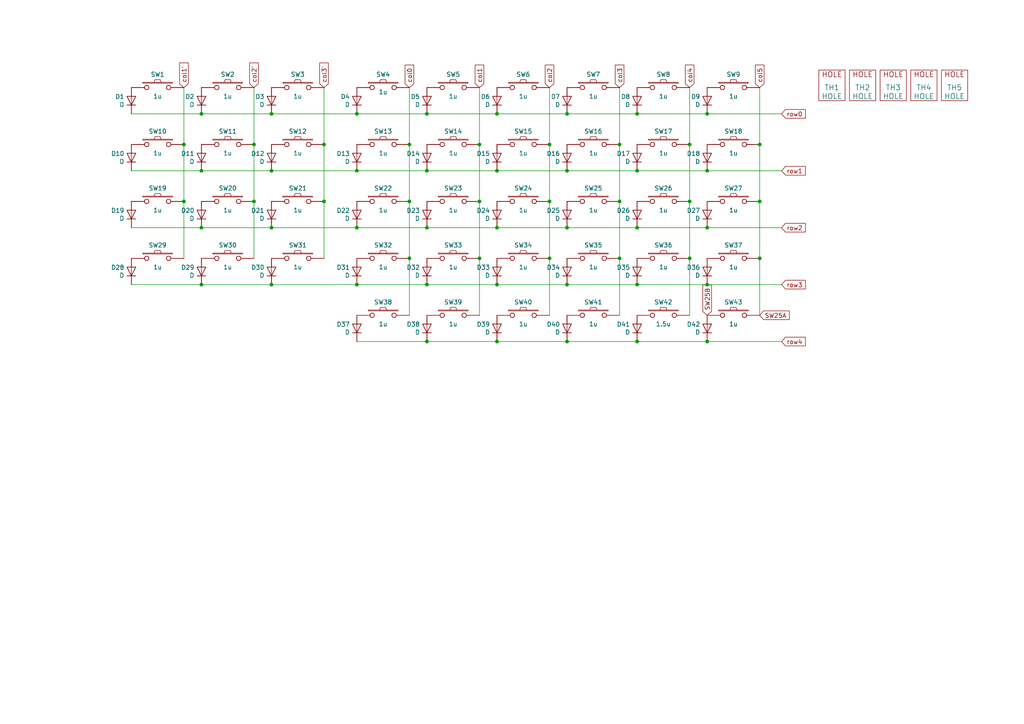
<source format=kicad_sch>
(kicad_sch (version 20211123) (generator eeschema)
  (paper "A4")
  (lib_symbols
    (symbol "SofleKeyboard-rescue:D-Lily58-cache-Lily58_Pro-rescue" (pin_numbers hide) (pin_names (offset 1.016) hide)
      (property "Reference" "D" (at 0 2.54 0))
      (property "Value" "D-Lily58-cache-Lily58_Pro-rescue" (at 0 -2.54 0))
      (symbol "D-Lily58-cache-Lily58_Pro-rescue_0_1"
        (polyline (pts (xy -1.27 1.27) (xy -1.27 -1.27)) (stroke (width 0.2032)))
        (polyline (pts (xy 1.27 0) (xy -1.27 0)))
        (polyline (pts (xy 1.27 1.27) (xy 1.27 -1.27) (xy -1.27 0) (xy 1.27 1.27)) (stroke (width 0.2032)))
      )
      (symbol "D-Lily58-cache-Lily58_Pro-rescue_1_1"
        (pin passive line (at -3.81 0 0) (length 2.54) (name "K") (number "1"))
        (pin passive line (at 3.81 0 180) (length 2.54) (name "A") (number "2"))
      )
    )
    (symbol "SofleKeyboard-rescue:HOLE-Lily58-cache-Lily58_Pro-rescue" (pin_names (offset 1.016))
      (property "Reference" "U" (at 0 0 0))
      (property "Value" "HOLE-Lily58-cache-Lily58_Pro-rescue" (at 0 -5.08 0))
      (symbol "HOLE-Lily58-cache-Lily58_Pro-rescue_0_0"
        (text "HOLE" (at 0 3.81 0) (effects (font (size 1.524 1.524))))
      )
      (symbol "HOLE-Lily58-cache-Lily58_Pro-rescue_0_1"
        (rectangle (start 3.81 5.08) (end -3.81 -3.81))
      )
    )
    (symbol "SofleKeyboard-rescue:SW_PUSH-Lily58-cache-Lily58_Pro-rescue" (pin_numbers hide) (pin_names (offset 1.016) hide)
      (property "Reference" "SW" (at 3.81 2.794 0))
      (property "Value" "SW_PUSH-Lily58-cache-Lily58_Pro-rescue" (at 0 -2.032 0))
      (symbol "SW_PUSH-Lily58-cache-Lily58_Pro-rescue_0_1"
        (rectangle (start -4.318 1.27) (end 4.318 1.524))
        (polyline (pts (xy -1.016 1.524) (xy -0.762 2.286) (xy 0.762 2.286) (xy 1.016 1.524)))
        (pin passive inverted (at -7.62 0 0) (length 5.08) (name "1") (number "1"))
        (pin passive inverted (at 7.62 0 180) (length 5.08) (name "2") (number "2"))
      )
    )
  )
  (junction (at 184.785 66.04))
  (junction (at 179.705 74.93))
  (junction (at 220.345 41.91))
  (junction (at 164.465 82.55))
  (junction (at 123.825 99.06))
  (junction (at 144.145 82.55))
  (junction (at 184.785 49.53))
  (junction (at 103.505 82.55))
  (junction (at 58.42 82.55))
  (junction (at 118.745 41.91))
  (junction (at 205.105 33.02))
  (junction (at 78.74 82.55))
  (junction (at 164.465 49.53))
  (junction (at 103.505 33.02))
  (junction (at 159.385 41.91))
  (junction (at 118.745 74.93))
  (junction (at 184.785 33.02))
  (junction (at 200.025 74.93))
  (junction (at 78.74 66.04))
  (junction (at 164.465 66.04))
  (junction (at 73.66 58.42))
  (junction (at 205.105 82.55))
  (junction (at 103.505 49.53))
  (junction (at 139.065 41.91))
  (junction (at 93.98 41.91))
  (junction (at 118.745 58.42))
  (junction (at 200.025 58.42))
  (junction (at 179.705 58.42))
  (junction (at 58.42 33.02))
  (junction (at 144.145 66.04))
  (junction (at 58.42 49.53))
  (junction (at 200.025 41.91))
  (junction (at 73.66 41.91))
  (junction (at 179.705 41.91))
  (junction (at 58.42 66.04))
  (junction (at 139.065 74.93))
  (junction (at 53.34 41.91))
  (junction (at 123.825 66.04))
  (junction (at 123.825 49.53))
  (junction (at 78.74 33.02))
  (junction (at 220.345 58.42))
  (junction (at 123.825 33.02))
  (junction (at 164.465 33.02))
  (junction (at 139.065 58.42))
  (junction (at 159.385 74.93))
  (junction (at 93.98 58.42))
  (junction (at 78.74 49.53))
  (junction (at 103.505 66.04))
  (junction (at 144.145 49.53))
  (junction (at 220.345 74.93))
  (junction (at 205.105 99.06))
  (junction (at 123.825 82.55))
  (junction (at 144.145 99.06))
  (junction (at 184.785 82.55))
  (junction (at 205.105 49.53))
  (junction (at 205.105 66.04))
  (junction (at 144.145 33.02))
  (junction (at 159.385 58.42))
  (junction (at 164.465 99.06))
  (junction (at 53.34 58.42))
  (junction (at 184.785 99.06))
  (wire (pts (xy 205.105 33.02) (xy 226.695 33.02)))
  (wire (pts (xy 78.74 66.04) (xy 58.42 66.04)))
  (wire (pts (xy 78.74 33.02) (xy 58.42 33.02)))
  (wire (pts (xy 226.695 99.06) (xy 205.105 99.06)))
  (wire (pts (xy 123.825 66.04) (xy 103.505 66.04)))
  (wire (pts (xy 123.825 99.06) (xy 103.505 99.06)))
  (wire (pts (xy 164.465 66.04) (xy 144.145 66.04)))
  (wire (pts (xy 205.105 99.06) (xy 184.785 99.06)))
  (wire (pts (xy 184.785 66.04) (xy 164.465 66.04)))
  (wire (pts (xy 200.025 25.4) (xy 200.025 41.91)))
  (wire (pts (xy 78.74 49.53) (xy 103.505 49.53)))
  (wire (pts (xy 93.98 25.4) (xy 93.98 41.91)))
  (wire (pts (xy 78.74 82.55) (xy 103.505 82.55)))
  (wire (pts (xy 159.385 58.42) (xy 159.385 74.93)))
  (wire (pts (xy 53.34 58.42) (xy 53.34 74.93)))
  (wire (pts (xy 205.105 66.04) (xy 226.695 66.04)))
  (wire (pts (xy 159.385 74.93) (xy 159.385 91.44)))
  (wire (pts (xy 123.825 33.02) (xy 144.145 33.02)))
  (wire (pts (xy 93.98 41.91) (xy 93.98 58.42)))
  (wire (pts (xy 220.345 41.91) (xy 220.345 58.42)))
  (wire (pts (xy 144.145 99.06) (xy 123.825 99.06)))
  (wire (pts (xy 139.065 25.4) (xy 139.065 41.91)))
  (wire (pts (xy 78.74 49.53) (xy 58.42 49.53)))
  (wire (pts (xy 184.785 33.02) (xy 205.105 33.02)))
  (wire (pts (xy 184.785 33.02) (xy 164.465 33.02)))
  (wire (pts (xy 73.66 41.91) (xy 73.66 58.42)))
  (wire (pts (xy 38.1 33.02) (xy 58.42 33.02)))
  (wire (pts (xy 118.745 58.42) (xy 118.745 41.91)))
  (wire (pts (xy 164.465 49.53) (xy 144.145 49.53)))
  (wire (pts (xy 179.705 41.91) (xy 179.705 58.42)))
  (wire (pts (xy 220.345 74.93) (xy 220.345 91.44)))
  (wire (pts (xy 123.825 33.02) (xy 103.505 33.02)))
  (wire (pts (xy 139.065 74.93) (xy 139.065 58.42)))
  (wire (pts (xy 144.145 49.53) (xy 123.825 49.53)))
  (wire (pts (xy 118.745 58.42) (xy 118.745 74.93)))
  (wire (pts (xy 184.785 66.04) (xy 205.105 66.04)))
  (wire (pts (xy 184.785 82.55) (xy 205.105 82.55)))
  (wire (pts (xy 205.105 49.53) (xy 226.695 49.53)))
  (wire (pts (xy 179.705 25.4) (xy 179.705 41.91)))
  (wire (pts (xy 78.74 66.04) (xy 103.505 66.04)))
  (wire (pts (xy 184.785 99.06) (xy 164.465 99.06)))
  (wire (pts (xy 93.98 58.42) (xy 93.98 74.93)))
  (wire (pts (xy 58.42 82.55) (xy 38.1 82.55)))
  (wire (pts (xy 200.025 41.91) (xy 200.025 58.42)))
  (wire (pts (xy 144.145 66.04) (xy 123.825 66.04)))
  (wire (pts (xy 200.025 58.42) (xy 200.025 74.93)))
  (wire (pts (xy 179.705 58.42) (xy 179.705 74.93)))
  (wire (pts (xy 205.105 82.55) (xy 226.695 82.55)))
  (wire (pts (xy 159.385 41.91) (xy 159.385 58.42)))
  (wire (pts (xy 164.465 33.02) (xy 144.145 33.02)))
  (wire (pts (xy 144.145 82.55) (xy 123.825 82.55)))
  (wire (pts (xy 53.34 41.91) (xy 53.34 58.42)))
  (wire (pts (xy 58.42 49.53) (xy 38.1 49.53)))
  (wire (pts (xy 139.065 41.91) (xy 139.065 58.42)))
  (wire (pts (xy 159.385 25.4) (xy 159.385 41.91)))
  (wire (pts (xy 220.345 58.42) (xy 220.345 74.93)))
  (wire (pts (xy 220.345 25.4) (xy 220.345 41.91)))
  (wire (pts (xy 164.465 99.06) (xy 144.145 99.06)))
  (wire (pts (xy 123.825 49.53) (xy 103.505 49.53)))
  (wire (pts (xy 139.065 74.93) (xy 139.065 91.44)))
  (wire (pts (xy 164.465 82.55) (xy 144.145 82.55)))
  (wire (pts (xy 179.705 74.93) (xy 179.705 91.44)))
  (wire (pts (xy 53.34 25.4) (xy 53.34 41.91)))
  (wire (pts (xy 78.74 33.02) (xy 103.505 33.02)))
  (wire (pts (xy 73.66 25.4) (xy 73.66 41.91)))
  (wire (pts (xy 184.785 49.53) (xy 164.465 49.53)))
  (wire (pts (xy 200.025 74.93) (xy 200.025 91.44)))
  (wire (pts (xy 184.785 82.55) (xy 164.465 82.55)))
  (wire (pts (xy 118.745 74.93) (xy 118.745 91.44)))
  (wire (pts (xy 118.745 41.91) (xy 118.745 25.4)))
  (wire (pts (xy 58.42 66.04) (xy 38.1 66.04)))
  (wire (pts (xy 123.825 82.55) (xy 103.505 82.55)))
  (wire (pts (xy 184.785 49.53) (xy 205.105 49.53)))
  (wire (pts (xy 73.66 58.42) (xy 73.66 74.93)))
  (wire (pts (xy 78.74 82.55) (xy 58.42 82.55)))
  (global_label "SW25A" (shape input) (at 220.345 91.44 0) (property "Intersheet References" "${INTERSHEET_REFS}" (effects hide)))
  (global_label "col2'" (shape input) (at 73.66 25.4 90) (property "Intersheet References" "${INTERSHEET_REFS}" (effects hide)))
  (global_label "col4" (shape input) (at 200.025 25.4 90) (property "Intersheet References" "${INTERSHEET_REFS}" (effects hide)))
  (global_label "col2" (shape input) (at 159.385 25.4 90) (property "Intersheet References" "${INTERSHEET_REFS}" (effects hide)))
  (global_label "row3" (shape input) (at 226.695 82.55 0) (property "Intersheet References" "${INTERSHEET_REFS}" (effects hide)))
  (global_label "row0" (shape input) (at 226.695 33.02 0) (property "Intersheet References" "${INTERSHEET_REFS}" (effects hide)))
  (global_label "row4" (shape input) (at 226.695 99.06 0) (property "Intersheet References" "${INTERSHEET_REFS}" (effects hide)))
  (global_label "col5" (shape input) (at 220.345 25.4 90) (property "Intersheet References" "${INTERSHEET_REFS}" (effects hide)))
  (global_label "SW25B" (shape input) (at 205.105 91.44 90) (property "Intersheet References" "${INTERSHEET_REFS}" (effects hide)))
  (global_label "row2" (shape input) (at 226.695 66.04 0) (property "Intersheet References" "${INTERSHEET_REFS}" (effects hide)))
  (global_label "col0" (shape input) (at 118.745 25.4 90) (property "Intersheet References" "${INTERSHEET_REFS}" (effects hide)))
  (global_label "col3" (shape input) (at 179.705 25.4 90) (property "Intersheet References" "${INTERSHEET_REFS}" (effects hide)))
  (global_label "col3'" (shape input) (at 93.98 25.4 90) (property "Intersheet References" "${INTERSHEET_REFS}" (effects hide)))
  (global_label "col1" (shape input) (at 139.065 25.4 90) (property "Intersheet References" "${INTERSHEET_REFS}" (effects hide)))
  (global_label "col1'" (shape input) (at 53.34 25.4 90) (property "Intersheet References" "${INTERSHEET_REFS}" (effects hide)))
  (global_label "row1" (shape input) (at 226.695 49.53 0) (property "Intersheet References" "${INTERSHEET_REFS}" (effects hide)))
  (symbol (lib_id "SofleKeyboard-rescue:SW_PUSH-Lily58-cache-Lily58_Pro-rescue") (at 192.405 91.44 0) (mirror y) (unit 1)
    (property "Reference" "SW42" (at 192.405 87.63 0))
    (property "Value" "1.5u" (at 192.405 93.98 0))
    (property "Footprint" "MX-hotswap:SW-HS-1.5u" (effects hide))
  )
  (symbol (lib_id "SofleKeyboard-rescue:SW_PUSH-Lily58-cache-Lily58_Pro-rescue") (at 212.725 25.4 0) (mirror y) (unit 1)
    (property "Reference" "SW9" (at 212.725 21.59 0))
    (property "Value" "1u" (at 212.725 27.94 0))
    (property "Footprint" "kien242:MX_Switch_Cutout" (effects hide))
  )
  (symbol (lib_id "SofleKeyboard-rescue:D-Lily58-cache-Lily58_Pro-rescue") (at 205.105 29.21 270) (mirror x) (unit 1)
    (property "Reference" "D9" (at 203.0984 28.0416 90) (effects (justify right)))
    (property "Value" "D" (at 203.0984 30.353 90) (effects (justify right)))
  )
  (symbol (lib_id "SofleKeyboard-rescue:SW_PUSH-Lily58-cache-Lily58_Pro-rescue") (at 192.405 25.4 0) (mirror y) (unit 1)
    (property "Reference" "SW8" (at 192.405 21.59 0))
    (property "Value" "1u" (at 192.405 27.94 0))
    (property "Footprint" "kien242:MX_Switch_Cutout" (effects hide))
  )
  (symbol (lib_id "SofleKeyboard-rescue:D-Lily58-cache-Lily58_Pro-rescue") (at 184.785 29.21 270) (mirror x) (unit 1)
    (property "Reference" "D8" (at 182.7784 28.0416 90) (effects (justify right)))
    (property "Value" "D" (at 182.7784 30.353 90) (effects (justify right)))
  )
  (symbol (lib_id "SofleKeyboard-rescue:SW_PUSH-Lily58-cache-Lily58_Pro-rescue") (at 172.085 25.4 0) (mirror y) (unit 1)
    (property "Reference" "SW7" (at 172.085 21.59 0))
    (property "Value" "1u" (at 172.085 27.94 0))
    (property "Footprint" "kien242:MX_Switch_Cutout" (effects hide))
  )
  (symbol (lib_id "SofleKeyboard-rescue:D-Lily58-cache-Lily58_Pro-rescue") (at 164.465 29.21 270) (mirror x) (unit 1)
    (property "Reference" "D7" (at 162.4584 28.0416 90) (effects (justify right)))
    (property "Value" "D" (at 162.4584 30.353 90) (effects (justify right)))
  )
  (symbol (lib_id "SofleKeyboard-rescue:SW_PUSH-Lily58-cache-Lily58_Pro-rescue") (at 151.765 25.4 0) (mirror y) (unit 1)
    (property "Reference" "SW6" (at 151.765 21.59 0))
    (property "Value" "1u" (at 151.765 27.94 0))
    (property "Footprint" "kien242:MX_Switch_Cutout" (effects hide))
  )
  (symbol (lib_id "SofleKeyboard-rescue:D-Lily58-cache-Lily58_Pro-rescue") (at 144.145 29.21 270) (mirror x) (unit 1)
    (property "Reference" "D6" (at 142.1384 28.0416 90) (effects (justify right)))
    (property "Value" "D" (at 142.1384 30.353 90) (effects (justify right)))
  )
  (symbol (lib_id "SofleKeyboard-rescue:SW_PUSH-Lily58-cache-Lily58_Pro-rescue") (at 131.445 25.4 0) (unit 1)
    (property "Reference" "SW5" (at 131.445 21.59 0))
    (property "Value" "1u" (at 131.445 27.94 0))
    (property "Footprint" "kien242:MX_Switch_Cutout" (effects hide))
  )
  (symbol (lib_id "SofleKeyboard-rescue:D-Lily58-cache-Lily58_Pro-rescue") (at 123.825 29.21 270) (mirror x) (unit 1)
    (property "Reference" "D5" (at 121.8184 28.0416 90) (effects (justify right)))
    (property "Value" "D" (at 121.8184 30.353 90) (effects (justify right)))
  )
  (symbol (lib_id "SofleKeyboard-rescue:SW_PUSH-Lily58-cache-Lily58_Pro-rescue") (at 111.125 25.4 0) (mirror y) (unit 1)
    (property "Reference" "SW4" (at 111.125 21.59 0))
    (property "Value" "1u" (at 111.125 26.67 0))
    (property "Footprint" "kien242:MX_Switch_Cutout" (effects hide))
  )
  (symbol (lib_id "SofleKeyboard-rescue:D-Lily58-cache-Lily58_Pro-rescue") (at 103.505 29.21 270) (mirror x) (unit 1)
    (property "Reference" "D4" (at 101.4984 28.0416 90) (effects (justify right)))
    (property "Value" "D" (at 101.4984 30.353 90) (effects (justify right)))
  )
  (symbol (lib_id "SofleKeyboard-rescue:SW_PUSH-Lily58-cache-Lily58_Pro-rescue") (at 192.405 41.91 0) (mirror y) (unit 1)
    (property "Reference" "SW17" (at 192.405 38.1 0))
    (property "Value" "1u" (at 192.405 44.45 0))
    (property "Footprint" "kien242:MX_Switch_Cutout" (effects hide))
  )
  (symbol (lib_id "SofleKeyboard-rescue:SW_PUSH-Lily58-cache-Lily58_Pro-rescue") (at 172.085 41.91 0) (mirror y) (unit 1)
    (property "Reference" "SW16" (at 172.085 38.1 0))
    (property "Value" "1u" (at 172.085 44.45 0))
    (property "Footprint" "kien242:MX_Switch_Cutout" (effects hide))
  )
  (symbol (lib_id "SofleKeyboard-rescue:SW_PUSH-Lily58-cache-Lily58_Pro-rescue") (at 151.765 41.91 0) (mirror y) (unit 1)
    (property "Reference" "SW15" (at 151.765 38.1 0))
    (property "Value" "1u" (at 151.765 44.45 0))
    (property "Footprint" "kien242:MX_Switch_Cutout" (effects hide))
  )
  (symbol (lib_id "SofleKeyboard-rescue:SW_PUSH-Lily58-cache-Lily58_Pro-rescue") (at 131.445 41.91 0) (unit 1)
    (property "Reference" "SW14" (at 131.445 38.1 0))
    (property "Value" "1u" (at 131.445 44.45 0))
    (property "Footprint" "kien242:MX_Switch_Cutout" (effects hide))
  )
  (symbol (lib_id "SofleKeyboard-rescue:SW_PUSH-Lily58-cache-Lily58_Pro-rescue") (at 111.125 41.91 0) (mirror y) (unit 1)
    (property "Reference" "SW13" (at 111.125 38.1 0))
    (property "Value" "1u" (at 111.125 44.45 0))
    (property "Footprint" "kien242:MX_Switch_Cutout" (effects hide))
  )
  (symbol (lib_id "SofleKeyboard-rescue:SW_PUSH-Lily58-cache-Lily58_Pro-rescue") (at 212.725 41.91 0) (mirror y) (unit 1)
    (property "Reference" "SW18" (at 212.725 38.1 0))
    (property "Value" "1u" (at 212.725 44.45 0))
    (property "Footprint" "kien242:MX_Switch_Cutout" (effects hide))
  )
  (symbol (lib_id "SofleKeyboard-rescue:D-Lily58-cache-Lily58_Pro-rescue") (at 205.105 45.72 270) (mirror x) (unit 1)
    (property "Reference" "D18" (at 203.0984 44.5516 90) (effects (justify right)))
    (property "Value" "D" (at 203.0984 46.863 90) (effects (justify right)))
  )
  (symbol (lib_id "SofleKeyboard-rescue:D-Lily58-cache-Lily58_Pro-rescue") (at 184.785 45.72 270) (mirror x) (unit 1)
    (property "Reference" "D17" (at 182.7784 44.5516 90) (effects (justify right)))
    (property "Value" "D" (at 182.7784 46.863 90) (effects (justify right)))
  )
  (symbol (lib_id "SofleKeyboard-rescue:D-Lily58-cache-Lily58_Pro-rescue") (at 164.465 45.72 270) (mirror x) (unit 1)
    (property "Reference" "D16" (at 162.4584 44.5516 90) (effects (justify right)))
    (property "Value" "D" (at 162.4584 46.863 90) (effects (justify right)))
  )
  (symbol (lib_id "SofleKeyboard-rescue:D-Lily58-cache-Lily58_Pro-rescue") (at 144.145 45.72 270) (mirror x) (unit 1)
    (property "Reference" "D15" (at 142.1384 44.5516 90) (effects (justify right)))
    (property "Value" "D" (at 142.1384 46.863 90) (effects (justify right)))
  )
  (symbol (lib_id "SofleKeyboard-rescue:D-Lily58-cache-Lily58_Pro-rescue") (at 123.825 45.72 270) (mirror x) (unit 1)
    (property "Reference" "D14" (at 121.8184 44.5516 90) (effects (justify right)))
    (property "Value" "D" (at 121.8184 46.863 90) (effects (justify right)))
  )
  (symbol (lib_id "SofleKeyboard-rescue:D-Lily58-cache-Lily58_Pro-rescue") (at 103.505 45.72 270) (mirror x) (unit 1)
    (property "Reference" "D13" (at 101.4984 44.5516 90) (effects (justify right)))
    (property "Value" "D" (at 101.4984 46.863 90) (effects (justify right)))
  )
  (symbol (lib_id "SofleKeyboard-rescue:SW_PUSH-Lily58-cache-Lily58_Pro-rescue") (at 212.725 58.42 0) (mirror y) (unit 1)
    (property "Reference" "SW27" (at 212.725 54.61 0))
    (property "Value" "1u" (at 212.725 60.96 0))
    (property "Footprint" "kien242:MX_Switch_Cutout" (effects hide))
  )
  (symbol (lib_id "SofleKeyboard-rescue:SW_PUSH-Lily58-cache-Lily58_Pro-rescue") (at 192.405 58.42 0) (mirror y) (unit 1)
    (property "Reference" "SW26" (at 192.405 54.61 0))
    (property "Value" "1u" (at 192.405 60.96 0))
    (property "Footprint" "kien242:MX_Switch_Cutout" (effects hide))
  )
  (symbol (lib_id "SofleKeyboard-rescue:SW_PUSH-Lily58-cache-Lily58_Pro-rescue") (at 172.085 58.42 0) (mirror y) (unit 1)
    (property "Reference" "SW25" (at 172.085 54.61 0))
    (property "Value" "1u" (at 172.085 60.96 0))
    (property "Footprint" "kien242:MX_Switch_Cutout" (effects hide))
  )
  (symbol (lib_id "SofleKeyboard-rescue:SW_PUSH-Lily58-cache-Lily58_Pro-rescue") (at 151.765 58.42 0) (mirror y) (unit 1)
    (property "Reference" "SW24" (at 151.765 54.61 0))
    (property "Value" "1u" (at 151.765 60.96 0))
    (property "Footprint" "kien242:MX_Switch_Cutout" (effects hide))
  )
  (symbol (lib_id "SofleKeyboard-rescue:SW_PUSH-Lily58-cache-Lily58_Pro-rescue") (at 131.445 58.42 0) (unit 1)
    (property "Reference" "SW23" (at 131.445 54.61 0))
    (property "Value" "1u" (at 131.445 60.96 0))
    (property "Footprint" "kien242:MX_Switch_Cutout" (effects hide))
  )
  (symbol (lib_id "SofleKeyboard-rescue:SW_PUSH-Lily58-cache-Lily58_Pro-rescue") (at 111.125 58.42 0) (mirror y) (unit 1)
    (property "Reference" "SW22" (at 111.125 54.61 0))
    (property "Value" "1u" (at 111.125 60.96 0))
    (property "Footprint" "kien242:MX_Switch_Cutout" (effects hide))
  )
  (symbol (lib_id "SofleKeyboard-rescue:D-Lily58-cache-Lily58_Pro-rescue") (at 205.105 62.23 270) (mirror x) (unit 1)
    (property "Reference" "D27" (at 203.0984 61.0616 90) (effects (justify right)))
    (property "Value" "D" (at 203.0984 63.373 90) (effects (justify right)))
  )
  (symbol (lib_id "SofleKeyboard-rescue:D-Lily58-cache-Lily58_Pro-rescue") (at 184.785 62.23 270) (mirror x) (unit 1)
    (property "Reference" "D26" (at 182.7784 61.0616 90) (effects (justify right)))
    (property "Value" "D" (at 182.7784 63.373 90) (effects (justify right)))
  )
  (symbol (lib_id "SofleKeyboard-rescue:D-Lily58-cache-Lily58_Pro-rescue") (at 164.465 62.23 270) (mirror x) (unit 1)
    (property "Reference" "D25" (at 162.4584 61.0616 90) (effects (justify right)))
    (property "Value" "D" (at 162.4584 63.373 90) (effects (justify right)))
  )
  (symbol (lib_id "SofleKeyboard-rescue:D-Lily58-cache-Lily58_Pro-rescue") (at 144.145 62.23 270) (mirror x) (unit 1)
    (property "Reference" "D24" (at 142.1384 61.0616 90) (effects (justify right)))
    (property "Value" "D" (at 142.1384 63.373 90) (effects (justify right)))
  )
  (symbol (lib_id "SofleKeyboard-rescue:D-Lily58-cache-Lily58_Pro-rescue") (at 123.825 62.23 270) (mirror x) (unit 1)
    (property "Reference" "D23" (at 121.8184 61.0616 90) (effects (justify right)))
    (property "Value" "D" (at 121.8184 63.373 90) (effects (justify right)))
  )
  (symbol (lib_id "SofleKeyboard-rescue:D-Lily58-cache-Lily58_Pro-rescue") (at 103.505 62.23 270) (mirror x) (unit 1)
    (property "Reference" "D22" (at 101.4984 61.0616 90) (effects (justify right)))
    (property "Value" "D" (at 101.4984 63.373 90) (effects (justify right)))
  )
  (symbol (lib_id "SofleKeyboard-rescue:SW_PUSH-Lily58-cache-Lily58_Pro-rescue") (at 172.085 74.93 0) (mirror y) (unit 1)
    (property "Reference" "SW35" (at 172.085 71.12 0))
    (property "Value" "1u" (at 172.085 77.47 0))
    (property "Footprint" "kien242:MX_Switch_Cutout" (effects hide))
  )
  (symbol (lib_id "SofleKeyboard-rescue:SW_PUSH-Lily58-cache-Lily58_Pro-rescue") (at 151.765 74.93 0) (mirror y) (unit 1)
    (property "Reference" "SW34" (at 151.765 71.12 0))
    (property "Value" "1u" (at 151.765 77.47 0))
    (property "Footprint" "kien242:MX_Switch_Cutout" (effects hide))
  )
  (symbol (lib_id "SofleKeyboard-rescue:SW_PUSH-Lily58-cache-Lily58_Pro-rescue") (at 131.445 74.93 0) (unit 1)
    (property "Reference" "SW33" (at 131.445 71.12 0))
    (property "Value" "1u" (at 131.445 77.47 0))
    (property "Footprint" "kien242:MX_Switch_Cutout" (effects hide))
  )
  (symbol (lib_id "SofleKeyboard-rescue:SW_PUSH-Lily58-cache-Lily58_Pro-rescue") (at 111.125 74.93 0) (mirror y) (unit 1)
    (property "Reference" "SW32" (at 111.125 71.12 0))
    (property "Value" "1u" (at 111.125 77.47 0))
    (property "Footprint" "kien242:MX_Switch_Cutout" (effects hide))
  )
  (symbol (lib_id "SofleKeyboard-rescue:SW_PUSH-Lily58-cache-Lily58_Pro-rescue") (at 192.405 74.93 0) (mirror y) (unit 1)
    (property "Reference" "SW36" (at 192.405 71.12 0))
    (property "Value" "1u" (at 192.405 77.47 0))
    (property "Footprint" "kien242:MX_Switch_Cutout" (effects hide))
  )
  (symbol (lib_id "SofleKeyboard-rescue:SW_PUSH-Lily58-cache-Lily58_Pro-rescue") (at 212.725 74.93 0) (mirror y) (unit 1)
    (property "Reference" "SW37" (at 212.725 71.12 0))
    (property "Value" "1u" (at 212.725 77.47 0))
    (property "Footprint" "kien242:MX_Switch_Cutout" (effects hide))
  )
  (symbol (lib_id "SofleKeyboard-rescue:D-Lily58-cache-Lily58_Pro-rescue") (at 205.105 78.74 270) (mirror x) (unit 1)
    (property "Reference" "D36" (at 203.0984 77.5716 90) (effects (justify right)))
    (property "Value" "D" (at 203.0984 79.883 90) (effects (justify right)))
  )
  (symbol (lib_id "SofleKeyboard-rescue:D-Lily58-cache-Lily58_Pro-rescue") (at 184.785 78.74 270) (mirror x) (unit 1)
    (property "Reference" "D35" (at 182.7784 77.5716 90) (effects (justify right)))
    (property "Value" "D" (at 182.7784 79.883 90) (effects (justify right)))
  )
  (symbol (lib_id "SofleKeyboard-rescue:D-Lily58-cache-Lily58_Pro-rescue") (at 164.465 78.74 270) (mirror x) (unit 1)
    (property "Reference" "D34" (at 162.4584 77.5716 90) (effects (justify right)))
    (property "Value" "D" (at 162.4584 79.883 90) (effects (justify right)))
  )
  (symbol (lib_id "SofleKeyboard-rescue:D-Lily58-cache-Lily58_Pro-rescue") (at 144.145 78.74 270) (mirror x) (unit 1)
    (property "Reference" "D33" (at 142.1384 77.5716 90) (effects (justify right)))
    (property "Value" "D" (at 142.1384 79.883 90) (effects (justify right)))
  )
  (symbol (lib_id "SofleKeyboard-rescue:D-Lily58-cache-Lily58_Pro-rescue") (at 123.825 78.74 270) (mirror x) (unit 1)
    (property "Reference" "D32" (at 121.8184 77.5716 90) (effects (justify right)))
    (property "Value" "D" (at 121.8184 79.883 90) (effects (justify right)))
  )
  (symbol (lib_id "SofleKeyboard-rescue:D-Lily58-cache-Lily58_Pro-rescue") (at 103.505 78.74 270) (mirror x) (unit 1)
    (property "Reference" "D31" (at 101.4984 77.5716 90) (effects (justify right)))
    (property "Value" "D" (at 101.4984 79.883 90) (effects (justify right)))
  )
  (symbol (lib_id "SofleKeyboard-rescue:SW_PUSH-Lily58-cache-Lily58_Pro-rescue") (at 172.085 91.44 0) (mirror y) (unit 1)
    (property "Reference" "SW41" (at 172.085 87.63 0))
    (property "Value" "1u" (at 172.085 93.98 0))
    (property "Footprint" "kien242:MX_Switch_Cutout" (effects hide))
  )
  (symbol (lib_id "SofleKeyboard-rescue:SW_PUSH-Lily58-cache-Lily58_Pro-rescue") (at 151.765 91.44 0) (mirror y) (unit 1)
    (property "Reference" "SW40" (at 151.765 87.63 0))
    (property "Value" "1u" (at 151.765 93.98 0))
    (property "Footprint" "kien242:MX_Switch_Cutout" (effects hide))
  )
  (symbol (lib_id "SofleKeyboard-rescue:SW_PUSH-Lily58-cache-Lily58_Pro-rescue") (at 131.445 91.44 0) (mirror y) (unit 1)
    (property "Reference" "SW39" (at 131.445 87.63 0))
    (property "Value" "1u" (at 131.445 93.98 0))
    (property "Footprint" "kien242:MX_Switch_Cutout" (effects hide))
  )
  (symbol (lib_id "SofleKeyboard-rescue:D-Lily58-cache-Lily58_Pro-rescue") (at 205.105 95.25 270) (mirror x) (unit 1)
    (property "Reference" "D42" (at 203.0984 94.0816 90) (effects (justify right)))
    (property "Value" "D" (at 203.0984 96.393 90) (effects (justify right)))
  )
  (symbol (lib_id "SofleKeyboard-rescue:D-Lily58-cache-Lily58_Pro-rescue") (at 184.785 95.25 270) (mirror x) (unit 1)
    (property "Reference" "D41" (at 182.7784 94.0816 90) (effects (justify right)))
    (property "Value" "D" (at 182.7784 96.393 90) (effects (justify right)))
  )
  (symbol (lib_id "SofleKeyboard-rescue:D-Lily58-cache-Lily58_Pro-rescue") (at 164.465 95.25 270) (mirror x) (unit 1)
    (property "Reference" "D40" (at 162.4584 94.0816 90) (effects (justify right)))
    (property "Value" "D" (at 162.4584 96.393 90) (effects (justify right)))
  )
  (symbol (lib_id "SofleKeyboard-rescue:D-Lily58-cache-Lily58_Pro-rescue") (at 144.145 95.25 270) (mirror x) (unit 1)
    (property "Reference" "D39" (at 142.1384 94.0816 90) (effects (justify right)))
    (property "Value" "D" (at 142.1384 96.393 90) (effects (justify right)))
  )
  (symbol (lib_id "SofleKeyboard-rescue:D-Lily58-cache-Lily58_Pro-rescue") (at 123.825 95.25 270) (mirror x) (unit 1)
    (property "Reference" "D38" (at 121.8184 94.0816 90) (effects (justify right)))
    (property "Value" "D" (at 121.8184 96.393 90) (effects (justify right)))
  )
  (symbol (lib_id "SofleKeyboard-rescue:HOLE-Lily58-cache-Lily58_Pro-rescue") (at 250.19 25.4 0) (unit 1)
    (property "Reference" "TH2" (at 250.19 25.4 0) (effects (font (size 1.524 1.524))))
    (property "Value" "HOLE" (at 250.19 27.94 0) (effects (font (size 1.524 1.524))))
    (property "Footprint" "Library:HOLE_M2_TH" (effects hide))
  )
  (symbol (lib_id "SofleKeyboard-rescue:HOLE-Lily58-cache-Lily58_Pro-rescue") (at 259.08 25.4 0) (unit 1)
    (property "Reference" "TH3" (at 259.08 25.4 0) (effects (font (size 1.524 1.524))))
    (property "Value" "HOLE" (at 259.08 27.94 0) (effects (font (size 1.524 1.524))))
    (property "Footprint" "Library:HOLE_M2_TH" (effects hide))
  )
  (symbol (lib_id "SofleKeyboard-rescue:HOLE-Lily58-cache-Lily58_Pro-rescue") (at 267.97 25.4 0) (unit 1)
    (property "Reference" "TH4" (at 267.97 25.4 0) (effects (font (size 1.524 1.524))))
    (property "Value" "HOLE" (at 267.97 27.94 0) (effects (font (size 1.524 1.524))))
    (property "Footprint" "Library:HOLE_M2_TH" (effects hide))
  )
  (symbol (lib_id "SofleKeyboard-rescue:HOLE-Lily58-cache-Lily58_Pro-rescue") (at 276.86 25.4 0) (unit 1)
    (property "Reference" "TH5" (at 276.86 25.4 0) (effects (font (size 1.524 1.524))))
    (property "Value" "HOLE" (at 276.86 27.94 0) (effects (font (size 1.524 1.524))))
    (property "Footprint" "Library:HOLE_M2_TH" (effects hide))
  )
  (symbol (lib_id "SofleKeyboard-rescue:HOLE-Lily58-cache-Lily58_Pro-rescue") (at 241.3 25.4 0) (unit 1)
    (property "Reference" "TH1" (at 241.3 25.4 0) (effects (font (size 1.524 1.524))))
    (property "Value" "HOLE" (at 241.3 27.94 0) (effects (font (size 1.524 1.524))))
    (property "Footprint" "Library:HOLE_M2_TH" (effects hide))
  )
  (symbol (lib_id "SofleKeyboard-rescue:SW_PUSH-Lily58-cache-Lily58_Pro-rescue") (at 111.125 91.44 0) (mirror y) (unit 1)
    (property "Reference" "SW38" (at 111.125 87.63 0))
    (property "Value" "1u" (at 111.125 93.98 0))
    (property "Footprint" "kien242:MX_Switch_Cutout" (effects hide))
  )
  (symbol (lib_id "SofleKeyboard-rescue:D-Lily58-cache-Lily58_Pro-rescue") (at 103.505 95.25 270) (mirror x) (unit 1)
    (property "Reference" "D37" (at 101.4984 94.0816 90) (effects (justify right)))
    (property "Value" "D" (at 101.4984 96.393 90) (effects (justify right)))
  )
  (symbol (lib_id "SofleKeyboard-rescue:SW_PUSH-Lily58-cache-Lily58_Pro-rescue") (at 212.725 91.44 0) (unit 1)
    (property "Reference" "SW43" (at 212.725 87.63 0))
    (property "Value" "1u" (at 212.725 93.98 0))
    (property "Footprint" "kien242:MX_Switch_Cutout" (effects hide))
  )
  (symbol (lib_id "SofleKeyboard-rescue:SW_PUSH-Lily58-cache-Lily58_Pro-rescue") (at 86.36 41.91 0) (mirror y) (unit 1)
    (property "Reference" "SW12" (at 86.36 38.1 0))
    (property "Value" "1u" (at 86.36 44.45 0))
    (property "Footprint" "kien242:MX_Switch_Cutout" (effects hide))
  )
  (symbol (lib_id "SofleKeyboard-rescue:SW_PUSH-Lily58-cache-Lily58_Pro-rescue") (at 86.36 58.42 0) (mirror y) (unit 1)
    (property "Reference" "SW21" (at 86.36 54.61 0))
    (property "Value" "1u" (at 86.36 60.96 0))
    (property "Footprint" "kien242:MX_Switch_Cutout" (effects hide))
  )
  (symbol (lib_id "SofleKeyboard-rescue:SW_PUSH-Lily58-cache-Lily58_Pro-rescue") (at 66.04 25.4 0) (mirror y) (unit 1)
    (property "Reference" "SW2" (at 66.04 21.59 0))
    (property "Value" "1u" (at 66.04 27.94 0))
    (property "Footprint" "kien242:MX_Switch_Cutout" (effects hide))
  )
  (symbol (lib_id "SofleKeyboard-rescue:SW_PUSH-Lily58-cache-Lily58_Pro-rescue") (at 86.36 25.4 0) (mirror y) (unit 1)
    (property "Reference" "SW3" (at 86.36 21.59 0))
    (property "Value" "1u" (at 86.36 27.94 0))
    (property "Footprint" "kien242:MX_Switch_Cutout" (effects hide))
  )
  (symbol (lib_id "SofleKeyboard-rescue:SW_PUSH-Lily58-cache-Lily58_Pro-rescue") (at 66.04 58.42 0) (mirror y) (unit 1)
    (property "Reference" "SW20" (at 66.04 54.61 0))
    (property "Value" "1u" (at 66.04 60.96 0))
    (property "Footprint" "kien242:MX_Switch_Cutout" (effects hide))
  )
  (symbol (lib_id "SofleKeyboard-rescue:D-Lily58-cache-Lily58_Pro-rescue") (at 58.42 78.74 270) (mirror x) (unit 1)
    (property "Reference" "D29" (at 56.4134 77.5716 90) (effects (justify right)))
    (property "Value" "D" (at 56.4134 79.883 90) (effects (justify right)))
  )
  (symbol (lib_id "SofleKeyboard-rescue:D-Lily58-cache-Lily58_Pro-rescue") (at 38.1 62.23 270) (mirror x) (unit 1)
    (property "Reference" "D19" (at 36.0934 61.0616 90) (effects (justify right)))
    (property "Value" "D" (at 36.0934 63.373 90) (effects (justify right)))
  )
  (symbol (lib_id "SofleKeyboard-rescue:SW_PUSH-Lily58-cache-Lily58_Pro-rescue") (at 86.36 74.93 0) (mirror y) (unit 1)
    (property "Reference" "SW31" (at 86.36 71.12 0))
    (property "Value" "1u" (at 86.36 77.47 0))
    (property "Footprint" "kien242:MX_Switch_Cutout" (effects hide))
  )
  (symbol (lib_id "SofleKeyboard-rescue:D-Lily58-cache-Lily58_Pro-rescue") (at 38.1 45.72 270) (mirror x) (unit 1)
    (property "Reference" "D10" (at 36.0934 44.5516 90) (effects (justify right)))
    (property "Value" "D" (at 36.0934 46.863 90) (effects (justify right)))
  )
  (symbol (lib_id "SofleKeyboard-rescue:D-Lily58-cache-Lily58_Pro-rescue") (at 58.42 29.21 270) (mirror x) (unit 1)
    (property "Reference" "D2" (at 56.4134 28.0416 90) (effects (justify right)))
    (property "Value" "D" (at 56.4134 30.353 90) (effects (justify right)))
  )
  (symbol (lib_id "SofleKeyboard-rescue:SW_PUSH-Lily58-cache-Lily58_Pro-rescue") (at 45.72 74.93 0) (mirror y) (unit 1)
    (property "Reference" "SW29" (at 45.72 71.12 0))
    (property "Value" "1u" (at 45.72 77.47 0))
    (property "Footprint" "kien242:MX_Switch_Cutout" (effects hide))
  )
  (symbol (lib_id "SofleKeyboard-rescue:D-Lily58-cache-Lily58_Pro-rescue") (at 78.74 45.72 270) (mirror x) (unit 1)
    (property "Reference" "D12" (at 76.7334 44.5516 90) (effects (justify right)))
    (property "Value" "D" (at 76.7334 46.863 90) (effects (justify right)))
  )
  (symbol (lib_id "SofleKeyboard-rescue:SW_PUSH-Lily58-cache-Lily58_Pro-rescue") (at 45.72 41.91 0) (mirror y) (unit 1)
    (property "Reference" "SW10" (at 45.72 38.1 0))
    (property "Value" "1u" (at 45.72 44.45 0))
    (property "Footprint" "kien242:MX_Switch_Cutout" (effects hide))
  )
  (symbol (lib_id "SofleKeyboard-rescue:D-Lily58-cache-Lily58_Pro-rescue") (at 78.74 29.21 270) (mirror x) (unit 1)
    (property "Reference" "D3" (at 76.7334 28.0416 90) (effects (justify right)))
    (property "Value" "D" (at 76.7334 30.353 90) (effects (justify right)))
  )
  (symbol (lib_id "SofleKeyboard-rescue:D-Lily58-cache-Lily58_Pro-rescue") (at 38.1 78.74 270) (mirror x) (unit 1)
    (property "Reference" "D28" (at 36.0934 77.5716 90) (effects (justify right)))
    (property "Value" "D" (at 36.0934 79.883 90) (effects (justify right)))
  )
  (symbol (lib_id "SofleKeyboard-rescue:SW_PUSH-Lily58-cache-Lily58_Pro-rescue") (at 45.72 25.4 0) (unit 1)
    (property "Reference" "SW1" (at 45.72 21.59 0))
    (property "Value" "1u" (at 45.72 27.94 0))
    (property "Footprint" "kien242:MX_Switch_Cutout" (effects hide))
  )
  (symbol (lib_id "SofleKeyboard-rescue:D-Lily58-cache-Lily58_Pro-rescue") (at 78.74 62.23 270) (mirror x) (unit 1)
    (property "Reference" "D21" (at 76.7334 61.0616 90) (effects (justify right)))
    (property "Value" "D" (at 76.7334 63.373 90) (effects (justify right)))
  )
  (symbol (lib_id "SofleKeyboard-rescue:D-Lily58-cache-Lily58_Pro-rescue") (at 58.42 62.23 270) (mirror x) (unit 1)
    (property "Reference" "D20" (at 56.4134 61.0616 90) (effects (justify right)))
    (property "Value" "D" (at 56.4134 63.373 90) (effects (justify right)))
  )
  (symbol (lib_id "SofleKeyboard-rescue:SW_PUSH-Lily58-cache-Lily58_Pro-rescue") (at 66.04 74.93 0) (mirror y) (unit 1)
    (property "Reference" "SW30" (at 66.04 71.12 0))
    (property "Value" "1u" (at 66.04 77.47 0))
    (property "Footprint" "kien242:MX_Switch_Cutout" (effects hide))
  )
  (symbol (lib_id "SofleKeyboard-rescue:D-Lily58-cache-Lily58_Pro-rescue") (at 58.42 45.72 270) (mirror x) (unit 1)
    (property "Reference" "D11" (at 56.4134 44.5516 90) (effects (justify right)))
    (property "Value" "D" (at 56.4134 46.863 90) (effects (justify right)))
  )
  (symbol (lib_id "SofleKeyboard-rescue:SW_PUSH-Lily58-cache-Lily58_Pro-rescue") (at 66.04 41.91 0) (mirror y) (unit 1)
    (property "Reference" "SW11" (at 66.04 38.1 0))
    (property "Value" "1u" (at 66.04 44.45 0))
    (property "Footprint" "kien242:MX_Switch_Cutout" (effects hide))
  )
  (symbol (lib_id "SofleKeyboard-rescue:D-Lily58-cache-Lily58_Pro-rescue") (at 38.1 29.21 270) (mirror x) (unit 1)
    (property "Reference" "D1" (at 36.0934 28.0416 90) (effects (justify right)))
    (property "Value" "D" (at 36.0934 30.353 90) (effects (justify right)))
  )
  (symbol (lib_id "SofleKeyboard-rescue:SW_PUSH-Lily58-cache-Lily58_Pro-rescue") (at 45.72 58.42 0) (mirror y) (unit 1)
    (property "Reference" "SW19" (at 45.72 54.61 0))
    (property "Value" "1u" (at 45.72 60.96 0))
    (property "Footprint" "kien242:MX_Switch_Cutout" (effects hide))
  )
  (symbol (lib_id "SofleKeyboard-rescue:D-Lily58-cache-Lily58_Pro-rescue") (at 78.74 78.74 270) (mirror x) (unit 1)
    (property "Reference" "D30" (at 76.7334 77.5716 90) (effects (justify right)))
    (property "Value" "D" (at 76.7334 79.883 90) (effects (justify right)))
  )
)
</source>
